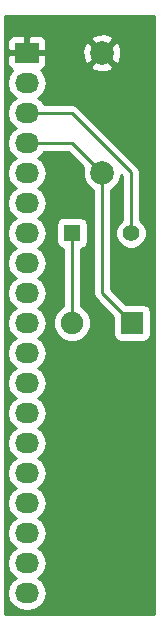
<source format=gtl>
G04 #@! TF.FileFunction,Copper,L1,Top,Signal*
%FSLAX46Y46*%
G04 Gerber Fmt 4.6, Leading zero omitted, Abs format (unit mm)*
G04 Created by KiCad (PCBNEW 4.0.4+e1-6308~48~ubuntu16.04.1-stable) date Fri Nov  4 19:20:07 2016*
%MOMM*%
%LPD*%
G01*
G04 APERTURE LIST*
%ADD10C,0.100000*%
%ADD11R,1.400000X1.400000*%
%ADD12C,1.400000*%
%ADD13R,1.905000X1.905000*%
%ADD14C,1.905000*%
%ADD15R,2.032000X1.727200*%
%ADD16O,2.032000X1.727200*%
%ADD17C,1.998980*%
%ADD18C,0.250000*%
%ADD19C,0.254000*%
G04 APERTURE END LIST*
D10*
D11*
X90170000Y-78740000D03*
D12*
X95170000Y-78740000D03*
D13*
X95250000Y-86360000D03*
D14*
X90170000Y-86360000D03*
D15*
X86360000Y-63500000D03*
D16*
X86360000Y-66040000D03*
X86360000Y-68580000D03*
X86360000Y-71120000D03*
X86360000Y-73660000D03*
X86360000Y-76200000D03*
X86360000Y-78740000D03*
X86360000Y-81280000D03*
X86360000Y-83820000D03*
X86360000Y-86360000D03*
X86360000Y-88900000D03*
X86360000Y-91440000D03*
X86360000Y-93980000D03*
X86360000Y-96520000D03*
X86360000Y-99060000D03*
X86360000Y-101600000D03*
X86360000Y-104140000D03*
X86360000Y-106680000D03*
X86360000Y-109220000D03*
D17*
X92710000Y-73660000D03*
X92710000Y-63500000D03*
D18*
X90170000Y-78740000D02*
X90170000Y-86360000D01*
X86360000Y-68580000D02*
X90170000Y-68580000D01*
X95170000Y-73580000D02*
X95170000Y-78740000D01*
X90170000Y-68580000D02*
X95170000Y-73580000D01*
X86360000Y-71120000D02*
X90170000Y-71120000D01*
X90170000Y-71120000D02*
X92710000Y-73660000D01*
X92710000Y-73660000D02*
X92710000Y-83820000D01*
X92710000Y-83820000D02*
X95250000Y-86360000D01*
D19*
G36*
X97080000Y-111050000D02*
X84530000Y-111050000D01*
X84530000Y-66040000D01*
X84676655Y-66040000D01*
X84790729Y-66613489D01*
X85115585Y-67099670D01*
X85430366Y-67310000D01*
X85115585Y-67520330D01*
X84790729Y-68006511D01*
X84676655Y-68580000D01*
X84790729Y-69153489D01*
X85115585Y-69639670D01*
X85430366Y-69850000D01*
X85115585Y-70060330D01*
X84790729Y-70546511D01*
X84676655Y-71120000D01*
X84790729Y-71693489D01*
X85115585Y-72179670D01*
X85430366Y-72390000D01*
X85115585Y-72600330D01*
X84790729Y-73086511D01*
X84676655Y-73660000D01*
X84790729Y-74233489D01*
X85115585Y-74719670D01*
X85430366Y-74930000D01*
X85115585Y-75140330D01*
X84790729Y-75626511D01*
X84676655Y-76200000D01*
X84790729Y-76773489D01*
X85115585Y-77259670D01*
X85430366Y-77470000D01*
X85115585Y-77680330D01*
X84790729Y-78166511D01*
X84676655Y-78740000D01*
X84790729Y-79313489D01*
X85115585Y-79799670D01*
X85430366Y-80010000D01*
X85115585Y-80220330D01*
X84790729Y-80706511D01*
X84676655Y-81280000D01*
X84790729Y-81853489D01*
X85115585Y-82339670D01*
X85430366Y-82550000D01*
X85115585Y-82760330D01*
X84790729Y-83246511D01*
X84676655Y-83820000D01*
X84790729Y-84393489D01*
X85115585Y-84879670D01*
X85430366Y-85090000D01*
X85115585Y-85300330D01*
X84790729Y-85786511D01*
X84676655Y-86360000D01*
X84790729Y-86933489D01*
X85115585Y-87419670D01*
X85430366Y-87630000D01*
X85115585Y-87840330D01*
X84790729Y-88326511D01*
X84676655Y-88900000D01*
X84790729Y-89473489D01*
X85115585Y-89959670D01*
X85430366Y-90170000D01*
X85115585Y-90380330D01*
X84790729Y-90866511D01*
X84676655Y-91440000D01*
X84790729Y-92013489D01*
X85115585Y-92499670D01*
X85430366Y-92710000D01*
X85115585Y-92920330D01*
X84790729Y-93406511D01*
X84676655Y-93980000D01*
X84790729Y-94553489D01*
X85115585Y-95039670D01*
X85430366Y-95250000D01*
X85115585Y-95460330D01*
X84790729Y-95946511D01*
X84676655Y-96520000D01*
X84790729Y-97093489D01*
X85115585Y-97579670D01*
X85430366Y-97790000D01*
X85115585Y-98000330D01*
X84790729Y-98486511D01*
X84676655Y-99060000D01*
X84790729Y-99633489D01*
X85115585Y-100119670D01*
X85430366Y-100330000D01*
X85115585Y-100540330D01*
X84790729Y-101026511D01*
X84676655Y-101600000D01*
X84790729Y-102173489D01*
X85115585Y-102659670D01*
X85430366Y-102870000D01*
X85115585Y-103080330D01*
X84790729Y-103566511D01*
X84676655Y-104140000D01*
X84790729Y-104713489D01*
X85115585Y-105199670D01*
X85430366Y-105410000D01*
X85115585Y-105620330D01*
X84790729Y-106106511D01*
X84676655Y-106680000D01*
X84790729Y-107253489D01*
X85115585Y-107739670D01*
X85430366Y-107950000D01*
X85115585Y-108160330D01*
X84790729Y-108646511D01*
X84676655Y-109220000D01*
X84790729Y-109793489D01*
X85115585Y-110279670D01*
X85601766Y-110604526D01*
X86175255Y-110718600D01*
X86544745Y-110718600D01*
X87118234Y-110604526D01*
X87604415Y-110279670D01*
X87929271Y-109793489D01*
X88043345Y-109220000D01*
X87929271Y-108646511D01*
X87604415Y-108160330D01*
X87289634Y-107950000D01*
X87604415Y-107739670D01*
X87929271Y-107253489D01*
X88043345Y-106680000D01*
X87929271Y-106106511D01*
X87604415Y-105620330D01*
X87289634Y-105410000D01*
X87604415Y-105199670D01*
X87929271Y-104713489D01*
X88043345Y-104140000D01*
X87929271Y-103566511D01*
X87604415Y-103080330D01*
X87289634Y-102870000D01*
X87604415Y-102659670D01*
X87929271Y-102173489D01*
X88043345Y-101600000D01*
X87929271Y-101026511D01*
X87604415Y-100540330D01*
X87289634Y-100330000D01*
X87604415Y-100119670D01*
X87929271Y-99633489D01*
X88043345Y-99060000D01*
X87929271Y-98486511D01*
X87604415Y-98000330D01*
X87289634Y-97790000D01*
X87604415Y-97579670D01*
X87929271Y-97093489D01*
X88043345Y-96520000D01*
X87929271Y-95946511D01*
X87604415Y-95460330D01*
X87289634Y-95250000D01*
X87604415Y-95039670D01*
X87929271Y-94553489D01*
X88043345Y-93980000D01*
X87929271Y-93406511D01*
X87604415Y-92920330D01*
X87289634Y-92710000D01*
X87604415Y-92499670D01*
X87929271Y-92013489D01*
X88043345Y-91440000D01*
X87929271Y-90866511D01*
X87604415Y-90380330D01*
X87289634Y-90170000D01*
X87604415Y-89959670D01*
X87929271Y-89473489D01*
X88043345Y-88900000D01*
X87929271Y-88326511D01*
X87604415Y-87840330D01*
X87289634Y-87630000D01*
X87604415Y-87419670D01*
X87929271Y-86933489D01*
X87980809Y-86674388D01*
X88582225Y-86674388D01*
X88823398Y-87258072D01*
X89269579Y-87705032D01*
X89852841Y-87947224D01*
X90484388Y-87947775D01*
X91068072Y-87706602D01*
X91515032Y-87260421D01*
X91757224Y-86677159D01*
X91757775Y-86045612D01*
X91516602Y-85461928D01*
X91070421Y-85014968D01*
X90930000Y-84956660D01*
X90930000Y-80076150D01*
X91105317Y-80043162D01*
X91321441Y-79904090D01*
X91466431Y-79691890D01*
X91517440Y-79440000D01*
X91517440Y-78040000D01*
X91473162Y-77804683D01*
X91334090Y-77588559D01*
X91121890Y-77443569D01*
X90870000Y-77392560D01*
X89470000Y-77392560D01*
X89234683Y-77436838D01*
X89018559Y-77575910D01*
X88873569Y-77788110D01*
X88822560Y-78040000D01*
X88822560Y-79440000D01*
X88866838Y-79675317D01*
X89005910Y-79891441D01*
X89218110Y-80036431D01*
X89410000Y-80075290D01*
X89410000Y-84956348D01*
X89271928Y-85013398D01*
X88824968Y-85459579D01*
X88582776Y-86042841D01*
X88582225Y-86674388D01*
X87980809Y-86674388D01*
X88043345Y-86360000D01*
X87929271Y-85786511D01*
X87604415Y-85300330D01*
X87289634Y-85090000D01*
X87604415Y-84879670D01*
X87929271Y-84393489D01*
X88043345Y-83820000D01*
X87929271Y-83246511D01*
X87604415Y-82760330D01*
X87289634Y-82550000D01*
X87604415Y-82339670D01*
X87929271Y-81853489D01*
X88043345Y-81280000D01*
X87929271Y-80706511D01*
X87604415Y-80220330D01*
X87289634Y-80010000D01*
X87604415Y-79799670D01*
X87929271Y-79313489D01*
X88043345Y-78740000D01*
X87929271Y-78166511D01*
X87604415Y-77680330D01*
X87289634Y-77470000D01*
X87604415Y-77259670D01*
X87929271Y-76773489D01*
X88043345Y-76200000D01*
X87929271Y-75626511D01*
X87604415Y-75140330D01*
X87289634Y-74930000D01*
X87604415Y-74719670D01*
X87929271Y-74233489D01*
X88043345Y-73660000D01*
X87929271Y-73086511D01*
X87604415Y-72600330D01*
X87289634Y-72390000D01*
X87604415Y-72179670D01*
X87804648Y-71880000D01*
X89855198Y-71880000D01*
X91144115Y-73168917D01*
X91075794Y-73333453D01*
X91075226Y-73983694D01*
X91323538Y-74584655D01*
X91782927Y-75044846D01*
X91950000Y-75114221D01*
X91950000Y-83820000D01*
X92007852Y-84110839D01*
X92172599Y-84357401D01*
X93650060Y-85834862D01*
X93650060Y-87312500D01*
X93694338Y-87547817D01*
X93833410Y-87763941D01*
X94045610Y-87908931D01*
X94297500Y-87959940D01*
X96202500Y-87959940D01*
X96437817Y-87915662D01*
X96653941Y-87776590D01*
X96798931Y-87564390D01*
X96849940Y-87312500D01*
X96849940Y-85407500D01*
X96805662Y-85172183D01*
X96666590Y-84956059D01*
X96454390Y-84811069D01*
X96202500Y-84760060D01*
X94724862Y-84760060D01*
X93470000Y-83505198D01*
X93470000Y-75114496D01*
X93634655Y-75046462D01*
X94094846Y-74587073D01*
X94344206Y-73986547D01*
X94344343Y-73829145D01*
X94410000Y-73894802D01*
X94410000Y-77612345D01*
X94038902Y-77982796D01*
X93835232Y-78473287D01*
X93834769Y-79004383D01*
X94037582Y-79495229D01*
X94412796Y-79871098D01*
X94903287Y-80074768D01*
X95434383Y-80075231D01*
X95925229Y-79872418D01*
X96301098Y-79497204D01*
X96504768Y-79006713D01*
X96505231Y-78475617D01*
X96302418Y-77984771D01*
X95930000Y-77611703D01*
X95930000Y-73580000D01*
X95872148Y-73289161D01*
X95707401Y-73042599D01*
X90707401Y-68042599D01*
X90460839Y-67877852D01*
X90170000Y-67820000D01*
X87804648Y-67820000D01*
X87604415Y-67520330D01*
X87289634Y-67310000D01*
X87604415Y-67099670D01*
X87929271Y-66613489D01*
X88043345Y-66040000D01*
X87929271Y-65466511D01*
X87604415Y-64980330D01*
X87582220Y-64965500D01*
X87735699Y-64901927D01*
X87914327Y-64723298D01*
X87943792Y-64652163D01*
X91737443Y-64652163D01*
X91836042Y-64918965D01*
X92445582Y-65145401D01*
X93095377Y-65121341D01*
X93583958Y-64918965D01*
X93682557Y-64652163D01*
X92710000Y-63679605D01*
X91737443Y-64652163D01*
X87943792Y-64652163D01*
X88011000Y-64489909D01*
X88011000Y-63785750D01*
X87852250Y-63627000D01*
X86487000Y-63627000D01*
X86487000Y-63647000D01*
X86233000Y-63647000D01*
X86233000Y-63627000D01*
X84867750Y-63627000D01*
X84709000Y-63785750D01*
X84709000Y-64489909D01*
X84805673Y-64723298D01*
X84984301Y-64901927D01*
X85137780Y-64965500D01*
X85115585Y-64980330D01*
X84790729Y-65466511D01*
X84676655Y-66040000D01*
X84530000Y-66040000D01*
X84530000Y-62510091D01*
X84709000Y-62510091D01*
X84709000Y-63214250D01*
X84867750Y-63373000D01*
X86233000Y-63373000D01*
X86233000Y-62160150D01*
X86487000Y-62160150D01*
X86487000Y-63373000D01*
X87852250Y-63373000D01*
X87989668Y-63235582D01*
X91064599Y-63235582D01*
X91088659Y-63885377D01*
X91291035Y-64373958D01*
X91557837Y-64472557D01*
X92530395Y-63500000D01*
X92889605Y-63500000D01*
X93862163Y-64472557D01*
X94128965Y-64373958D01*
X94355401Y-63764418D01*
X94331341Y-63114623D01*
X94128965Y-62626042D01*
X93862163Y-62527443D01*
X92889605Y-63500000D01*
X92530395Y-63500000D01*
X91557837Y-62527443D01*
X91291035Y-62626042D01*
X91064599Y-63235582D01*
X87989668Y-63235582D01*
X88011000Y-63214250D01*
X88011000Y-62510091D01*
X87943793Y-62347837D01*
X91737443Y-62347837D01*
X92710000Y-63320395D01*
X93682557Y-62347837D01*
X93583958Y-62081035D01*
X92974418Y-61854599D01*
X92324623Y-61878659D01*
X91836042Y-62081035D01*
X91737443Y-62347837D01*
X87943793Y-62347837D01*
X87914327Y-62276702D01*
X87735699Y-62098073D01*
X87502310Y-62001400D01*
X86645750Y-62001400D01*
X86487000Y-62160150D01*
X86233000Y-62160150D01*
X86074250Y-62001400D01*
X85217690Y-62001400D01*
X84984301Y-62098073D01*
X84805673Y-62276702D01*
X84709000Y-62510091D01*
X84530000Y-62510091D01*
X84530000Y-60400000D01*
X97080000Y-60400000D01*
X97080000Y-111050000D01*
X97080000Y-111050000D01*
G37*
X97080000Y-111050000D02*
X84530000Y-111050000D01*
X84530000Y-66040000D01*
X84676655Y-66040000D01*
X84790729Y-66613489D01*
X85115585Y-67099670D01*
X85430366Y-67310000D01*
X85115585Y-67520330D01*
X84790729Y-68006511D01*
X84676655Y-68580000D01*
X84790729Y-69153489D01*
X85115585Y-69639670D01*
X85430366Y-69850000D01*
X85115585Y-70060330D01*
X84790729Y-70546511D01*
X84676655Y-71120000D01*
X84790729Y-71693489D01*
X85115585Y-72179670D01*
X85430366Y-72390000D01*
X85115585Y-72600330D01*
X84790729Y-73086511D01*
X84676655Y-73660000D01*
X84790729Y-74233489D01*
X85115585Y-74719670D01*
X85430366Y-74930000D01*
X85115585Y-75140330D01*
X84790729Y-75626511D01*
X84676655Y-76200000D01*
X84790729Y-76773489D01*
X85115585Y-77259670D01*
X85430366Y-77470000D01*
X85115585Y-77680330D01*
X84790729Y-78166511D01*
X84676655Y-78740000D01*
X84790729Y-79313489D01*
X85115585Y-79799670D01*
X85430366Y-80010000D01*
X85115585Y-80220330D01*
X84790729Y-80706511D01*
X84676655Y-81280000D01*
X84790729Y-81853489D01*
X85115585Y-82339670D01*
X85430366Y-82550000D01*
X85115585Y-82760330D01*
X84790729Y-83246511D01*
X84676655Y-83820000D01*
X84790729Y-84393489D01*
X85115585Y-84879670D01*
X85430366Y-85090000D01*
X85115585Y-85300330D01*
X84790729Y-85786511D01*
X84676655Y-86360000D01*
X84790729Y-86933489D01*
X85115585Y-87419670D01*
X85430366Y-87630000D01*
X85115585Y-87840330D01*
X84790729Y-88326511D01*
X84676655Y-88900000D01*
X84790729Y-89473489D01*
X85115585Y-89959670D01*
X85430366Y-90170000D01*
X85115585Y-90380330D01*
X84790729Y-90866511D01*
X84676655Y-91440000D01*
X84790729Y-92013489D01*
X85115585Y-92499670D01*
X85430366Y-92710000D01*
X85115585Y-92920330D01*
X84790729Y-93406511D01*
X84676655Y-93980000D01*
X84790729Y-94553489D01*
X85115585Y-95039670D01*
X85430366Y-95250000D01*
X85115585Y-95460330D01*
X84790729Y-95946511D01*
X84676655Y-96520000D01*
X84790729Y-97093489D01*
X85115585Y-97579670D01*
X85430366Y-97790000D01*
X85115585Y-98000330D01*
X84790729Y-98486511D01*
X84676655Y-99060000D01*
X84790729Y-99633489D01*
X85115585Y-100119670D01*
X85430366Y-100330000D01*
X85115585Y-100540330D01*
X84790729Y-101026511D01*
X84676655Y-101600000D01*
X84790729Y-102173489D01*
X85115585Y-102659670D01*
X85430366Y-102870000D01*
X85115585Y-103080330D01*
X84790729Y-103566511D01*
X84676655Y-104140000D01*
X84790729Y-104713489D01*
X85115585Y-105199670D01*
X85430366Y-105410000D01*
X85115585Y-105620330D01*
X84790729Y-106106511D01*
X84676655Y-106680000D01*
X84790729Y-107253489D01*
X85115585Y-107739670D01*
X85430366Y-107950000D01*
X85115585Y-108160330D01*
X84790729Y-108646511D01*
X84676655Y-109220000D01*
X84790729Y-109793489D01*
X85115585Y-110279670D01*
X85601766Y-110604526D01*
X86175255Y-110718600D01*
X86544745Y-110718600D01*
X87118234Y-110604526D01*
X87604415Y-110279670D01*
X87929271Y-109793489D01*
X88043345Y-109220000D01*
X87929271Y-108646511D01*
X87604415Y-108160330D01*
X87289634Y-107950000D01*
X87604415Y-107739670D01*
X87929271Y-107253489D01*
X88043345Y-106680000D01*
X87929271Y-106106511D01*
X87604415Y-105620330D01*
X87289634Y-105410000D01*
X87604415Y-105199670D01*
X87929271Y-104713489D01*
X88043345Y-104140000D01*
X87929271Y-103566511D01*
X87604415Y-103080330D01*
X87289634Y-102870000D01*
X87604415Y-102659670D01*
X87929271Y-102173489D01*
X88043345Y-101600000D01*
X87929271Y-101026511D01*
X87604415Y-100540330D01*
X87289634Y-100330000D01*
X87604415Y-100119670D01*
X87929271Y-99633489D01*
X88043345Y-99060000D01*
X87929271Y-98486511D01*
X87604415Y-98000330D01*
X87289634Y-97790000D01*
X87604415Y-97579670D01*
X87929271Y-97093489D01*
X88043345Y-96520000D01*
X87929271Y-95946511D01*
X87604415Y-95460330D01*
X87289634Y-95250000D01*
X87604415Y-95039670D01*
X87929271Y-94553489D01*
X88043345Y-93980000D01*
X87929271Y-93406511D01*
X87604415Y-92920330D01*
X87289634Y-92710000D01*
X87604415Y-92499670D01*
X87929271Y-92013489D01*
X88043345Y-91440000D01*
X87929271Y-90866511D01*
X87604415Y-90380330D01*
X87289634Y-90170000D01*
X87604415Y-89959670D01*
X87929271Y-89473489D01*
X88043345Y-88900000D01*
X87929271Y-88326511D01*
X87604415Y-87840330D01*
X87289634Y-87630000D01*
X87604415Y-87419670D01*
X87929271Y-86933489D01*
X87980809Y-86674388D01*
X88582225Y-86674388D01*
X88823398Y-87258072D01*
X89269579Y-87705032D01*
X89852841Y-87947224D01*
X90484388Y-87947775D01*
X91068072Y-87706602D01*
X91515032Y-87260421D01*
X91757224Y-86677159D01*
X91757775Y-86045612D01*
X91516602Y-85461928D01*
X91070421Y-85014968D01*
X90930000Y-84956660D01*
X90930000Y-80076150D01*
X91105317Y-80043162D01*
X91321441Y-79904090D01*
X91466431Y-79691890D01*
X91517440Y-79440000D01*
X91517440Y-78040000D01*
X91473162Y-77804683D01*
X91334090Y-77588559D01*
X91121890Y-77443569D01*
X90870000Y-77392560D01*
X89470000Y-77392560D01*
X89234683Y-77436838D01*
X89018559Y-77575910D01*
X88873569Y-77788110D01*
X88822560Y-78040000D01*
X88822560Y-79440000D01*
X88866838Y-79675317D01*
X89005910Y-79891441D01*
X89218110Y-80036431D01*
X89410000Y-80075290D01*
X89410000Y-84956348D01*
X89271928Y-85013398D01*
X88824968Y-85459579D01*
X88582776Y-86042841D01*
X88582225Y-86674388D01*
X87980809Y-86674388D01*
X88043345Y-86360000D01*
X87929271Y-85786511D01*
X87604415Y-85300330D01*
X87289634Y-85090000D01*
X87604415Y-84879670D01*
X87929271Y-84393489D01*
X88043345Y-83820000D01*
X87929271Y-83246511D01*
X87604415Y-82760330D01*
X87289634Y-82550000D01*
X87604415Y-82339670D01*
X87929271Y-81853489D01*
X88043345Y-81280000D01*
X87929271Y-80706511D01*
X87604415Y-80220330D01*
X87289634Y-80010000D01*
X87604415Y-79799670D01*
X87929271Y-79313489D01*
X88043345Y-78740000D01*
X87929271Y-78166511D01*
X87604415Y-77680330D01*
X87289634Y-77470000D01*
X87604415Y-77259670D01*
X87929271Y-76773489D01*
X88043345Y-76200000D01*
X87929271Y-75626511D01*
X87604415Y-75140330D01*
X87289634Y-74930000D01*
X87604415Y-74719670D01*
X87929271Y-74233489D01*
X88043345Y-73660000D01*
X87929271Y-73086511D01*
X87604415Y-72600330D01*
X87289634Y-72390000D01*
X87604415Y-72179670D01*
X87804648Y-71880000D01*
X89855198Y-71880000D01*
X91144115Y-73168917D01*
X91075794Y-73333453D01*
X91075226Y-73983694D01*
X91323538Y-74584655D01*
X91782927Y-75044846D01*
X91950000Y-75114221D01*
X91950000Y-83820000D01*
X92007852Y-84110839D01*
X92172599Y-84357401D01*
X93650060Y-85834862D01*
X93650060Y-87312500D01*
X93694338Y-87547817D01*
X93833410Y-87763941D01*
X94045610Y-87908931D01*
X94297500Y-87959940D01*
X96202500Y-87959940D01*
X96437817Y-87915662D01*
X96653941Y-87776590D01*
X96798931Y-87564390D01*
X96849940Y-87312500D01*
X96849940Y-85407500D01*
X96805662Y-85172183D01*
X96666590Y-84956059D01*
X96454390Y-84811069D01*
X96202500Y-84760060D01*
X94724862Y-84760060D01*
X93470000Y-83505198D01*
X93470000Y-75114496D01*
X93634655Y-75046462D01*
X94094846Y-74587073D01*
X94344206Y-73986547D01*
X94344343Y-73829145D01*
X94410000Y-73894802D01*
X94410000Y-77612345D01*
X94038902Y-77982796D01*
X93835232Y-78473287D01*
X93834769Y-79004383D01*
X94037582Y-79495229D01*
X94412796Y-79871098D01*
X94903287Y-80074768D01*
X95434383Y-80075231D01*
X95925229Y-79872418D01*
X96301098Y-79497204D01*
X96504768Y-79006713D01*
X96505231Y-78475617D01*
X96302418Y-77984771D01*
X95930000Y-77611703D01*
X95930000Y-73580000D01*
X95872148Y-73289161D01*
X95707401Y-73042599D01*
X90707401Y-68042599D01*
X90460839Y-67877852D01*
X90170000Y-67820000D01*
X87804648Y-67820000D01*
X87604415Y-67520330D01*
X87289634Y-67310000D01*
X87604415Y-67099670D01*
X87929271Y-66613489D01*
X88043345Y-66040000D01*
X87929271Y-65466511D01*
X87604415Y-64980330D01*
X87582220Y-64965500D01*
X87735699Y-64901927D01*
X87914327Y-64723298D01*
X87943792Y-64652163D01*
X91737443Y-64652163D01*
X91836042Y-64918965D01*
X92445582Y-65145401D01*
X93095377Y-65121341D01*
X93583958Y-64918965D01*
X93682557Y-64652163D01*
X92710000Y-63679605D01*
X91737443Y-64652163D01*
X87943792Y-64652163D01*
X88011000Y-64489909D01*
X88011000Y-63785750D01*
X87852250Y-63627000D01*
X86487000Y-63627000D01*
X86487000Y-63647000D01*
X86233000Y-63647000D01*
X86233000Y-63627000D01*
X84867750Y-63627000D01*
X84709000Y-63785750D01*
X84709000Y-64489909D01*
X84805673Y-64723298D01*
X84984301Y-64901927D01*
X85137780Y-64965500D01*
X85115585Y-64980330D01*
X84790729Y-65466511D01*
X84676655Y-66040000D01*
X84530000Y-66040000D01*
X84530000Y-62510091D01*
X84709000Y-62510091D01*
X84709000Y-63214250D01*
X84867750Y-63373000D01*
X86233000Y-63373000D01*
X86233000Y-62160150D01*
X86487000Y-62160150D01*
X86487000Y-63373000D01*
X87852250Y-63373000D01*
X87989668Y-63235582D01*
X91064599Y-63235582D01*
X91088659Y-63885377D01*
X91291035Y-64373958D01*
X91557837Y-64472557D01*
X92530395Y-63500000D01*
X92889605Y-63500000D01*
X93862163Y-64472557D01*
X94128965Y-64373958D01*
X94355401Y-63764418D01*
X94331341Y-63114623D01*
X94128965Y-62626042D01*
X93862163Y-62527443D01*
X92889605Y-63500000D01*
X92530395Y-63500000D01*
X91557837Y-62527443D01*
X91291035Y-62626042D01*
X91064599Y-63235582D01*
X87989668Y-63235582D01*
X88011000Y-63214250D01*
X88011000Y-62510091D01*
X87943793Y-62347837D01*
X91737443Y-62347837D01*
X92710000Y-63320395D01*
X93682557Y-62347837D01*
X93583958Y-62081035D01*
X92974418Y-61854599D01*
X92324623Y-61878659D01*
X91836042Y-62081035D01*
X91737443Y-62347837D01*
X87943793Y-62347837D01*
X87914327Y-62276702D01*
X87735699Y-62098073D01*
X87502310Y-62001400D01*
X86645750Y-62001400D01*
X86487000Y-62160150D01*
X86233000Y-62160150D01*
X86074250Y-62001400D01*
X85217690Y-62001400D01*
X84984301Y-62098073D01*
X84805673Y-62276702D01*
X84709000Y-62510091D01*
X84530000Y-62510091D01*
X84530000Y-60400000D01*
X97080000Y-60400000D01*
X97080000Y-111050000D01*
M02*

</source>
